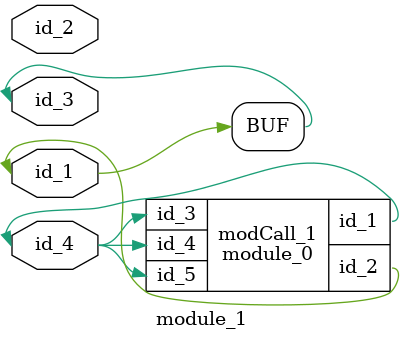
<source format=v>
module module_0 (
    id_1,
    id_2,
    id_3,
    id_4,
    id_5
);
  input wire id_5;
  input wire id_4;
  input wire id_3;
  output wire id_2;
  inout wire id_1;
endmodule
module module_1 (
    id_1,
    id_2,
    id_3,
    id_4
);
  inout wire id_4;
  inout wire id_3;
  inout wire id_2;
  inout wire id_1;
  always @(*)
    if ({1{1}}) begin : LABEL_0
      #1;
      id_3[1'b0-:1'b0] = id_1;
    end
  module_0 modCall_1 (
      id_4,
      id_1,
      id_4,
      id_4,
      id_4
  );
endmodule

</source>
